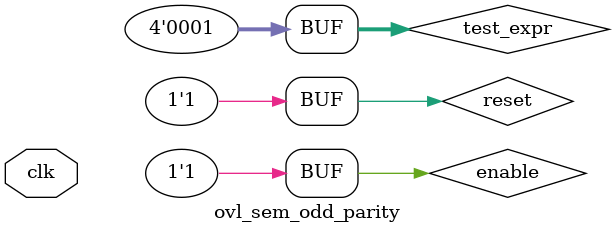
<source format=sv>
module ovl_sem_odd_parity(input logic clk);
  logic reset = 1'b1;
  logic enable = 1'b1;
`ifdef FAIL
  logic [3:0] test_expr = 4'b0011;
`else
  logic [3:0] test_expr = 4'b0001;
`endif

  ovl_odd_parity #(.width(4)) dut (
      .clock(clk), .reset(reset), .enable(enable), .test_expr(test_expr), .fire());
endmodule

</source>
